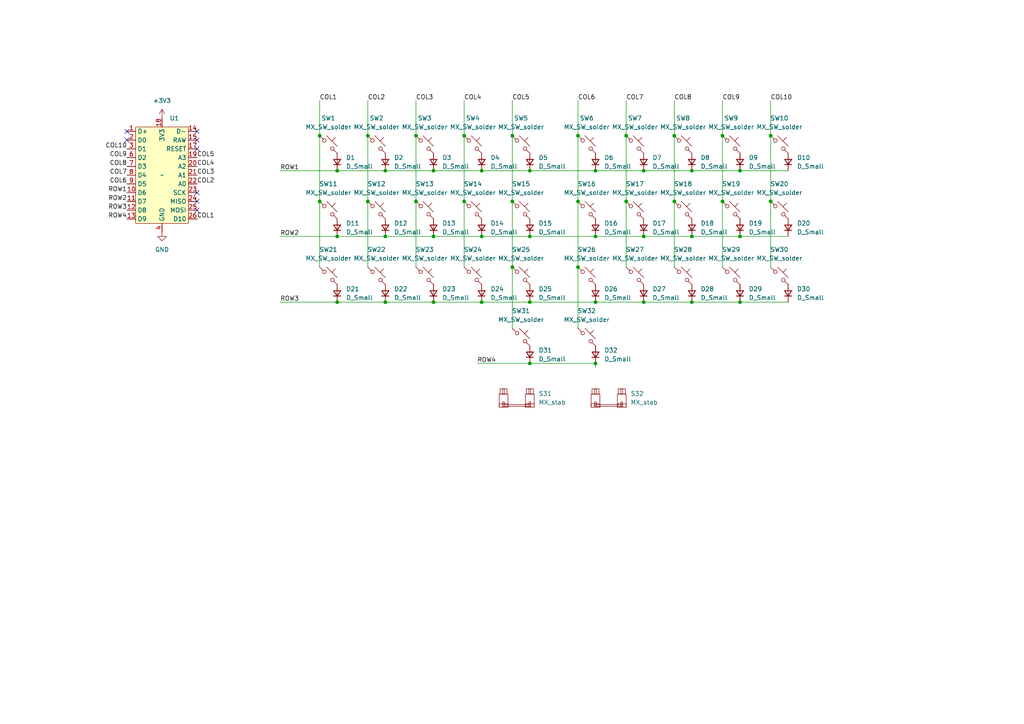
<source format=kicad_sch>
(kicad_sch (version 20230121) (generator eeschema)
  (paper "A4")
  (lib_symbols
    (symbol "Device:D_Small" (pin_numbers hide) (pin_names (offset 0.254) hide)
      (property "Reference" "D" (at -1.27 2.032 0))
      (property "Value" "D_Small" (at -3.81 -2.032 0))
      (symbol "D_Small_0_1"
        (polyline (pts (xy -0.762 -1.016) (xy -0.762 1.016)) (stroke (width 0.254)))
        (polyline (pts (xy -0.762 0) (xy 0.762 0)))
        (polyline (pts (xy 0.762 -1.016) (xy -0.762 0) (xy 0.762 1.016) (xy 0.762 -1.016)) (stroke (width 0.254)))
      )
      (symbol "D_Small_1_1"
        (pin passive line (at -2.54 0 0) (length 1.778) (name "K") (number "1"))
        (pin passive line (at 2.54 0 180) (length 1.778) (name "A") (number "2"))
      )
    )
    (symbol "Pro_Micro:Pro_Micro"
      (property "Reference" "U" (at 0 0 0))
      (symbol "Pro_Micro_1_1"
        (rectangle (start -7.62 13.97) (end 7.62 -13.97) (fill (type background)))
        (pin passive line (at -10.16 12.7 0) (length 2.54) (name "D+") (number "1"))
        (pin passive line (at -10.16 -5.08 0) (length 2.54) (name "D6") (number "10"))
        (pin passive line (at -10.16 -7.62 0) (length 2.54) (name "D7") (number "11"))
        (pin passive line (at -10.16 -10.16 0) (length 2.54) (name "D8") (number "12"))
        (pin passive line (at -10.16 -12.7 0) (length 2.54) (name "D9") (number "13"))
        (pin passive line (at 10.16 12.7 180) (length 2.54) (name "D-") (number "14"))
        (pin passive line (at 10.16 10.16 180) (length 2.54) (name "RAW") (number "15"))
        (pin passive line (at 0 -16.51 90) (length 2.54) hide (name "GND") (number "16"))
        (pin passive line (at 10.16 7.62 180) (length 2.54) (name "RESET") (number "17"))
        (pin passive line (at 0 16.51 270) (length 2.54) (name "3V3") (number "18"))
        (pin passive line (at 10.16 5.08 180) (length 2.54) (name "A3") (number "19"))
        (pin passive line (at -10.16 10.16 0) (length 2.54) (name "D0") (number "2"))
        (pin passive line (at 10.16 2.54 180) (length 2.54) (name "A2") (number "20"))
        (pin passive line (at 10.16 0 180) (length 2.54) (name "A1") (number "21"))
        (pin passive line (at 10.16 -2.54 180) (length 2.54) (name "A0") (number "22"))
        (pin passive line (at 10.16 -5.08 180) (length 2.54) (name "SCK") (number "23"))
        (pin passive line (at 10.16 -7.62 180) (length 2.54) (name "MISO") (number "24"))
        (pin passive line (at 10.16 -10.16 180) (length 2.54) (name "MOSI") (number "25"))
        (pin passive line (at 10.16 -12.7 180) (length 2.54) (name "D10") (number "26"))
        (pin passive line (at -10.16 7.62 0) (length 2.54) (name "D1") (number "3"))
        (pin passive line (at 0 -16.51 90) (length 2.54) (name "GND") (number "4"))
        (pin passive line (at 0 -16.51 90) (length 2.54) hide (name "GND") (number "5"))
        (pin passive line (at -10.16 5.08 0) (length 2.54) (name "D2") (number "6"))
        (pin passive line (at -10.16 2.54 0) (length 2.54) (name "D3") (number "7"))
        (pin passive line (at -10.16 0 0) (length 2.54) (name "D4") (number "8"))
        (pin passive line (at -10.16 -2.54 0) (length 2.54) (name "D5") (number "9"))
      )
    )
    (symbol "marbastlib-mx:MX_SW_solder" (pin_numbers hide) (pin_names (offset 1.016) hide)
      (property "Reference" "MX" (at 3.048 1.016 0))
      (property "Value" "MX_SW_solder" (at 0 -3.81 0))
      (symbol "MX_SW_solder_0_1"
        (circle (center -1.1684 1.1684) (radius 0.508))
        (polyline (pts (xy -0.508 2.54) (xy 2.54 -0.508)))
        (polyline (pts (xy 1.016 1.016) (xy 2.032 2.032)))
        (polyline (pts (xy -2.54 2.54) (xy -1.524 1.524) (xy -1.524 1.524)))
        (polyline (pts (xy 1.524 -1.524) (xy 2.54 -2.54) (xy 2.54 -2.54) (xy 2.54 -2.54)))
        (circle (center 1.143 -1.1938) (radius 0.508))
        (pin passive line (at -2.54 2.54 0) (length 0) (name "1") (number "1"))
        (pin passive line (at 2.54 -2.54 180) (length 0) (name "2") (number "2"))
      )
    )
    (symbol "marbastlib-mx:MX_stab" (pin_names (offset 1.016))
      (property "Reference" "S" (at -5.08 6.35 0))
      (property "Value" "MX_stab" (at -5.08 3.81 0))
      (symbol "MX_stab_0_1"
        (rectangle (start -5.08 -1.524) (end -2.54 -2.54))
        (rectangle (start -5.08 1.27) (end -2.54 -2.54))
        (rectangle (start -4.826 2.794) (end -2.794 1.27))
        (rectangle (start -4.064 -2.286) (end -3.556 -1.016))
        (rectangle (start -4.064 -1.778) (end 4.064 -2.286))
        (rectangle (start -4.064 1.27) (end -3.556 2.794))
        (rectangle (start 2.54 -1.524) (end 5.08 -2.54))
        (rectangle (start 2.54 1.27) (end 5.08 -2.54))
        (rectangle (start 2.794 2.794) (end 4.826 1.27))
        (rectangle (start 3.556 1.27) (end 4.064 2.794))
        (rectangle (start 4.064 -2.286) (end 3.556 -1.016))
      )
    )
    (symbol "power:+3V3" (power) (pin_names (offset 0))
      (property "Value" "+3V3" (at 0 3.556 0))
      (symbol "+3V3_0_1"
        (polyline (pts (xy -0.762 1.27) (xy 0 2.54)))
        (polyline (pts (xy 0 0) (xy 0 2.54)))
        (polyline (pts (xy 0 2.54) (xy 0.762 1.27)))
      )
      (symbol "+3V3_1_1"
        (pin power_in line (at 0 0 90) (length 0) hide (name "+3V3") (number "1"))
      )
    )
    (symbol "power:GND" (power) (pin_names (offset 0))
      (property "Value" "GND" (at 0 -3.81 0))
      (symbol "GND_0_1"
        (polyline (pts (xy 0 0) (xy 0 -1.27) (xy 1.27 -1.27) (xy 0 -2.54) (xy -1.27 -1.27) (xy 0 -1.27)))
      )
      (symbol "GND_1_1"
        (pin power_in line (at 0 0 270) (length 0) hide (name "GND") (number "1"))
      )
    )
  )
  (junction (at 172.72 68.58))
  (junction (at 111.76 68.58))
  (junction (at 125.73 87.63))
  (junction (at 111.76 49.53))
  (junction (at 92.71 58.42))
  (junction (at 186.69 49.53))
  (junction (at 167.64 39.37))
  (junction (at 167.64 77.47))
  (junction (at 209.55 39.37))
  (junction (at 186.69 68.58))
  (junction (at 214.63 49.53))
  (junction (at 139.7 68.58))
  (junction (at 214.63 68.58))
  (junction (at 111.76 87.63))
  (junction (at 134.62 58.42))
  (junction (at 200.66 49.53))
  (junction (at 120.65 39.37))
  (junction (at 97.79 49.53))
  (junction (at 172.72 87.63))
  (junction (at 97.79 68.58))
  (junction (at 172.72 105.41))
  (junction (at 209.55 58.42))
  (junction (at 97.79 87.63))
  (junction (at 148.59 39.37))
  (junction (at 139.7 49.53))
  (junction (at 134.62 39.37))
  (junction (at 153.67 68.58))
  (junction (at 139.7 87.63))
  (junction (at 92.71 39.37))
  (junction (at 172.72 49.53))
  (junction (at 148.59 77.47))
  (junction (at 186.69 87.63))
  (junction (at 125.73 49.53))
  (junction (at 153.67 49.53))
  (junction (at 120.65 58.42))
  (junction (at 106.68 39.37))
  (junction (at 153.67 105.41))
  (junction (at 106.68 58.42))
  (junction (at 181.61 39.37))
  (junction (at 195.58 39.37))
  (junction (at 200.66 68.58))
  (junction (at 214.63 87.63))
  (junction (at 195.58 58.42))
  (junction (at 223.52 58.42))
  (junction (at 125.73 68.58))
  (junction (at 200.66 87.63))
  (junction (at 223.52 39.37))
  (junction (at 148.59 58.42))
  (junction (at 153.67 87.63))
  (junction (at 167.64 58.42))
  (junction (at 181.61 58.42))
  (no_connect (at 57.15 60.96))
  (no_connect (at 57.15 40.64))
  (no_connect (at 57.15 55.88))
  (no_connect (at 36.83 40.64))
  (no_connect (at 57.15 43.18))
  (no_connect (at 36.83 38.1))
  (no_connect (at 57.15 38.1))
  (no_connect (at 57.15 58.42))
  (wire (pts (xy 172.72 105.41) (xy 172.72 106.68)))
  (wire (pts (xy 92.71 39.37) (xy 92.71 58.42)))
  (wire (pts (xy 186.69 49.53) (xy 200.66 49.53)))
  (wire (pts (xy 106.68 58.42) (xy 106.68 77.47)))
  (wire (pts (xy 125.73 49.53) (xy 139.7 49.53)))
  (wire (pts (xy 148.59 58.42) (xy 148.59 77.47)))
  (wire (pts (xy 81.28 68.58) (xy 97.79 68.58)))
  (wire (pts (xy 153.67 49.53) (xy 172.72 49.53)))
  (wire (pts (xy 195.58 39.37) (xy 195.58 58.42)))
  (wire (pts (xy 81.28 49.53) (xy 97.79 49.53)))
  (wire (pts (xy 111.76 49.53) (xy 125.73 49.53)))
  (wire (pts (xy 195.58 29.21) (xy 195.58 39.37)))
  (wire (pts (xy 167.64 58.42) (xy 167.64 77.47)))
  (wire (pts (xy 134.62 39.37) (xy 134.62 58.42)))
  (wire (pts (xy 186.69 68.58) (xy 200.66 68.58)))
  (wire (pts (xy 223.52 39.37) (xy 223.52 58.42)))
  (wire (pts (xy 148.59 39.37) (xy 148.59 58.42)))
  (wire (pts (xy 200.66 68.58) (xy 214.63 68.58)))
  (wire (pts (xy 139.7 87.63) (xy 153.67 87.63)))
  (wire (pts (xy 200.66 87.63) (xy 214.63 87.63)))
  (wire (pts (xy 223.52 29.21) (xy 223.52 39.37)))
  (wire (pts (xy 181.61 58.42) (xy 181.61 77.47)))
  (wire (pts (xy 214.63 68.58) (xy 228.6 68.58)))
  (wire (pts (xy 172.72 87.63) (xy 186.69 87.63)))
  (wire (pts (xy 172.72 49.53) (xy 186.69 49.53)))
  (wire (pts (xy 148.59 29.21) (xy 148.59 39.37)))
  (wire (pts (xy 134.62 29.21) (xy 134.62 39.37)))
  (wire (pts (xy 138.43 105.41) (xy 153.67 105.41)))
  (wire (pts (xy 92.71 58.42) (xy 92.71 77.47)))
  (wire (pts (xy 223.52 58.42) (xy 223.52 77.47)))
  (wire (pts (xy 153.67 105.41) (xy 172.72 105.41)))
  (wire (pts (xy 125.73 68.58) (xy 139.7 68.58)))
  (wire (pts (xy 81.28 87.63) (xy 97.79 87.63)))
  (wire (pts (xy 209.55 58.42) (xy 209.55 77.47)))
  (wire (pts (xy 181.61 29.21) (xy 181.61 39.37)))
  (wire (pts (xy 92.71 29.21) (xy 92.71 39.37)))
  (wire (pts (xy 209.55 39.37) (xy 209.55 58.42)))
  (wire (pts (xy 209.55 29.21) (xy 209.55 39.37)))
  (wire (pts (xy 153.67 87.63) (xy 172.72 87.63)))
  (wire (pts (xy 167.64 29.21) (xy 167.64 39.37)))
  (wire (pts (xy 153.67 68.58) (xy 172.72 68.58)))
  (wire (pts (xy 106.68 29.21) (xy 106.68 39.37)))
  (wire (pts (xy 172.72 68.58) (xy 186.69 68.58)))
  (wire (pts (xy 111.76 87.63) (xy 125.73 87.63)))
  (wire (pts (xy 120.65 58.42) (xy 120.65 77.47)))
  (wire (pts (xy 97.79 49.53) (xy 111.76 49.53)))
  (wire (pts (xy 214.63 49.53) (xy 228.6 49.53)))
  (wire (pts (xy 139.7 49.53) (xy 153.67 49.53)))
  (wire (pts (xy 106.68 39.37) (xy 106.68 58.42)))
  (wire (pts (xy 125.73 87.63) (xy 139.7 87.63)))
  (wire (pts (xy 167.64 77.47) (xy 167.64 95.25)))
  (wire (pts (xy 97.79 87.63) (xy 111.76 87.63)))
  (wire (pts (xy 195.58 58.42) (xy 195.58 77.47)))
  (wire (pts (xy 139.7 68.58) (xy 153.67 68.58)))
  (wire (pts (xy 167.64 39.37) (xy 167.64 58.42)))
  (wire (pts (xy 120.65 29.21) (xy 120.65 39.37)))
  (wire (pts (xy 111.76 68.58) (xy 125.73 68.58)))
  (wire (pts (xy 134.62 58.42) (xy 134.62 77.47)))
  (wire (pts (xy 186.69 87.63) (xy 200.66 87.63)))
  (wire (pts (xy 120.65 39.37) (xy 120.65 58.42)))
  (wire (pts (xy 148.59 77.47) (xy 148.59 95.25)))
  (wire (pts (xy 97.79 68.58) (xy 111.76 68.58)))
  (wire (pts (xy 214.63 87.63) (xy 228.6 87.63)))
  (wire (pts (xy 181.61 39.37) (xy 181.61 58.42)))
  (wire (pts (xy 200.66 49.53) (xy 214.63 49.53)))
  (label "COL1" (at 57.15 63.5 0))
  (label "COL7" (at 181.61 29.21 0))
  (label "COL10" (at 36.83 43.18 180))
  (label "ROW4" (at 36.83 63.5 180))
  (label "COL8" (at 36.83 48.26 180))
  (label "ROW3" (at 81.28 87.63 0))
  (label "COL4" (at 57.15 48.26 0))
  (label "ROW2" (at 81.28 68.58 0))
  (label "COL9" (at 209.55 29.21 0))
  (label "COL7" (at 36.83 50.8 180))
  (label "COL9" (at 36.83 45.72 180))
  (label "COL2" (at 106.68 29.21 0))
  (label "COL3" (at 120.65 29.21 0))
  (label "ROW3" (at 36.83 60.96 180))
  (label "COL4" (at 134.62 29.21 0))
  (label "COL5" (at 57.15 45.72 0))
  (label "COL6" (at 167.64 29.21 0))
  (label "COL2" (at 57.15 53.34 0))
  (label "COL6" (at 36.83 53.34 180))
  (label "COL1" (at 92.71 29.21 0))
  (label "ROW2" (at 36.83 58.42 180))
  (label "COL3" (at 57.15 50.8 0))
  (label "ROW1" (at 36.83 55.88 180))
  (label "COL5" (at 148.59 29.21 0))
  (label "ROW1" (at 81.28 49.53 0))
  (label "COL10" (at 223.52 29.21 0))
  (label "ROW4" (at 138.43 105.41 0))
  (label "COL8" (at 195.58 29.21 0))
  (symbol (lib_id "marbastlib-mx:MX_SW_solder") (at 198.12 80.01 0) (unit 1)
    (property "Reference" "SW28" (at 198.12 72.39 0))
    (property "Value" "MX_SW_solder" (at 198.12 74.93 0))
    (property "Footprint" "marbastlib-mx:SW_MX_1u" (effects hide))
  )
  (symbol (lib_id "marbastlib-mx:MX_SW_solder") (at 151.13 80.01 0) (unit 1)
    (property "Reference" "SW25" (at 151.13 72.39 0))
    (property "Value" "MX_SW_solder" (at 151.13 74.93 0))
    (property "Footprint" "marbastlib-mx:SW_MX_1u" (effects hide))
  )
  (symbol (lib_id "marbastlib-mx:MX_stab") (at 149.86 115.57 0) (unit 1)
    (property "Reference" "S31" (at 156.21 114.173 0) (effects (justify left)))
    (property "Value" "MX_stab" (at 156.21 116.713 0) (effects (justify left)))
    (property "Footprint" "marbastlib-mx:STAB_MX_P_2u" (effects hide))
  )
  (symbol (lib_id "marbastlib-mx:MX_SW_solder") (at 109.22 41.91 0) (unit 1)
    (property "Reference" "SW2" (at 109.22 34.29 0))
    (property "Value" "MX_SW_solder" (at 109.22 36.83 0))
    (property "Footprint" "marbastlib-mx:SW_MX_1u" (effects hide))
  )
  (symbol (lib_id "Device:D_Small") (at 125.73 46.99 90) (unit 1)
    (property "Reference" "D3" (at 128.27 45.72 90) (effects (justify right)))
    (property "Value" "D_Small" (at 128.27 48.26 90) (effects (justify right)))
    (property "Footprint" "Diode_THT:D_DO-35_SOD27_P7.62mm_Horizontal" (effects hide))
    (property "Sim.Device" "D" (effects hide))
    (property "Sim.Pins" "1=K 2=A" (effects hide))
  )
  (symbol (lib_id "Device:D_Small") (at 200.66 85.09 90) (unit 1)
    (property "Reference" "D28" (at 203.2 83.82 90) (effects (justify right)))
    (property "Value" "D_Small" (at 203.2 86.36 90) (effects (justify right)))
    (property "Footprint" "Diode_THT:D_DO-35_SOD27_P7.62mm_Horizontal" (effects hide))
    (property "Sim.Device" "D" (effects hide))
    (property "Sim.Pins" "1=K 2=A" (effects hide))
  )
  (symbol (lib_id "Device:D_Small") (at 111.76 46.99 90) (unit 1)
    (property "Reference" "D2" (at 114.3 45.72 90) (effects (justify right)))
    (property "Value" "D_Small" (at 114.3 48.26 90) (effects (justify right)))
    (property "Footprint" "Diode_THT:D_DO-35_SOD27_P7.62mm_Horizontal" (effects hide))
    (property "Sim.Device" "D" (effects hide))
    (property "Sim.Pins" "1=K 2=A" (effects hide))
  )
  (symbol (lib_id "marbastlib-mx:MX_SW_solder") (at 226.06 60.96 0) (unit 1)
    (property "Reference" "SW20" (at 226.06 53.34 0))
    (property "Value" "MX_SW_solder" (at 226.06 55.88 0))
    (property "Footprint" "marbastlib-mx:SW_MX_1u" (effects hide))
  )
  (symbol (lib_id "marbastlib-mx:MX_SW_solder") (at 184.15 41.91 0) (unit 1)
    (property "Reference" "SW7" (at 184.15 34.29 0))
    (property "Value" "MX_SW_solder" (at 184.15 36.83 0))
    (property "Footprint" "marbastlib-mx:SW_MX_1u" (effects hide))
  )
  (symbol (lib_id "Device:D_Small") (at 214.63 85.09 90) (unit 1)
    (property "Reference" "D29" (at 217.17 83.82 90) (effects (justify right)))
    (property "Value" "D_Small" (at 217.17 86.36 90) (effects (justify right)))
    (property "Footprint" "Diode_THT:D_DO-35_SOD27_P7.62mm_Horizontal" (effects hide))
    (property "Sim.Device" "D" (effects hide))
    (property "Sim.Pins" "1=K 2=A" (effects hide))
  )
  (symbol (lib_id "marbastlib-mx:MX_SW_solder") (at 95.25 60.96 0) (unit 1)
    (property "Reference" "SW11" (at 95.25 53.34 0))
    (property "Value" "MX_SW_solder" (at 95.25 55.88 0))
    (property "Footprint" "marbastlib-mx:SW_MX_1u" (effects hide))
  )
  (symbol (lib_id "Device:D_Small") (at 186.69 66.04 90) (unit 1)
    (property "Reference" "D17" (at 189.23 64.77 90) (effects (justify right)))
    (property "Value" "D_Small" (at 189.23 67.31 90) (effects (justify right)))
    (property "Footprint" "Diode_THT:D_DO-35_SOD27_P7.62mm_Horizontal" (effects hide))
    (property "Sim.Device" "D" (effects hide))
    (property "Sim.Pins" "1=K 2=A" (effects hide))
  )
  (symbol (lib_id "power:+3V3") (at 46.99 34.29 0) (unit 1)
    (property "Reference" "#PWR02" (effects hide))
    (property "Value" "+3V3" (at 46.99 29.21 0))
  )
  (symbol (lib_id "marbastlib-mx:MX_SW_solder") (at 212.09 41.91 0) (unit 1)
    (property "Reference" "SW9" (at 212.09 34.29 0))
    (property "Value" "MX_SW_solder" (at 212.09 36.83 0))
    (property "Footprint" "marbastlib-mx:SW_MX_1u" (effects hide))
  )
  (symbol (lib_id "marbastlib-mx:MX_SW_solder") (at 184.15 80.01 0) (unit 1)
    (property "Reference" "SW27" (at 184.15 72.39 0))
    (property "Value" "MX_SW_solder" (at 184.15 74.93 0))
    (property "Footprint" "marbastlib-mx:SW_MX_1u" (effects hide))
  )
  (symbol (lib_id "marbastlib-mx:MX_SW_solder") (at 184.15 60.96 0) (unit 1)
    (property "Reference" "SW17" (at 184.15 53.34 0))
    (property "Value" "MX_SW_solder" (at 184.15 55.88 0))
    (property "Footprint" "marbastlib-mx:SW_MX_1u" (effects hide))
  )
  (symbol (lib_id "Device:D_Small") (at 228.6 66.04 90) (unit 1)
    (property "Reference" "D20" (at 231.14 64.77 90) (effects (justify right)))
    (property "Value" "D_Small" (at 231.14 67.31 90) (effects (justify right)))
    (property "Footprint" "Diode_THT:D_DO-35_SOD27_P7.62mm_Horizontal" (effects hide))
    (property "Sim.Device" "D" (effects hide))
    (property "Sim.Pins" "1=K 2=A" (effects hide))
  )
  (symbol (lib_id "marbastlib-mx:MX_SW_solder") (at 226.06 80.01 0) (unit 1)
    (property "Reference" "SW30" (at 226.06 72.39 0))
    (property "Value" "MX_SW_solder" (at 226.06 74.93 0))
    (property "Footprint" "marbastlib-mx:SW_MX_1u" (effects hide))
  )
  (symbol (lib_id "Device:D_Small") (at 153.67 85.09 90) (unit 1)
    (property "Reference" "D25" (at 156.21 83.82 90) (effects (justify right)))
    (property "Value" "D_Small" (at 156.21 86.36 90) (effects (justify right)))
    (property "Footprint" "Diode_THT:D_DO-35_SOD27_P7.62mm_Horizontal" (effects hide))
    (property "Sim.Device" "D" (effects hide))
    (property "Sim.Pins" "1=K 2=A" (effects hide))
  )
  (symbol (lib_id "Device:D_Small") (at 153.67 102.87 90) (unit 1)
    (property "Reference" "D31" (at 156.21 101.6 90) (effects (justify right)))
    (property "Value" "D_Small" (at 156.21 104.14 90) (effects (justify right)))
    (property "Footprint" "Diode_THT:D_DO-35_SOD27_P7.62mm_Horizontal" (effects hide))
    (property "Sim.Device" "D" (effects hide))
    (property "Sim.Pins" "1=K 2=A" (effects hide))
  )
  (symbol (lib_id "marbastlib-mx:MX_SW_solder") (at 137.16 41.91 0) (unit 1)
    (property "Reference" "SW4" (at 137.16 34.29 0))
    (property "Value" "MX_SW_solder" (at 137.16 36.83 0))
    (property "Footprint" "marbastlib-mx:SW_MX_1u" (effects hide))
  )
  (symbol (lib_id "Device:D_Small") (at 214.63 46.99 90) (unit 1)
    (property "Reference" "D9" (at 217.17 45.72 90) (effects (justify right)))
    (property "Value" "D_Small" (at 217.17 48.26 90) (effects (justify right)))
    (property "Footprint" "Diode_THT:D_DO-35_SOD27_P7.62mm_Horizontal" (effects hide))
    (property "Sim.Device" "D" (effects hide))
    (property "Sim.Pins" "1=K 2=A" (effects hide))
  )
  (symbol (lib_id "Pro_Micro:Pro_Micro") (at 46.99 50.8 0) (unit 1)
    (property "Reference" "U1" (at 49.1841 34.29 0) (effects (justify left)))
    (property "Value" "~" (at 46.99 50.8 0))
    (property "Footprint" "Pro-Micro:Pro-Micro" (effects hide))
  )
  (symbol (lib_id "marbastlib-mx:MX_SW_solder") (at 95.25 41.91 0) (unit 1)
    (property "Reference" "SW1" (at 95.25 34.29 0))
    (property "Value" "MX_SW_solder" (at 95.25 36.83 0))
    (property "Footprint" "marbastlib-mx:SW_MX_1u" (effects hide))
  )
  (symbol (lib_id "Device:D_Small") (at 139.7 85.09 90) (unit 1)
    (property "Reference" "D24" (at 142.24 83.82 90) (effects (justify right)))
    (property "Value" "D_Small" (at 142.24 86.36 90) (effects (justify right)))
    (property "Footprint" "Diode_THT:D_DO-35_SOD27_P7.62mm_Horizontal" (effects hide))
    (property "Sim.Device" "D" (effects hide))
    (property "Sim.Pins" "1=K 2=A" (effects hide))
  )
  (symbol (lib_id "Device:D_Small") (at 172.72 102.87 90) (unit 1)
    (property "Reference" "D32" (at 175.26 101.6 90) (effects (justify right)))
    (property "Value" "D_Small" (at 175.26 104.14 90) (effects (justify right)))
    (property "Footprint" "Diode_THT:D_DO-35_SOD27_P7.62mm_Horizontal" (effects hide))
    (property "Sim.Device" "D" (effects hide))
    (property "Sim.Pins" "1=K 2=A" (effects hide))
  )
  (symbol (lib_id "marbastlib-mx:MX_SW_solder") (at 226.06 41.91 0) (unit 1)
    (property "Reference" "SW10" (at 226.06 34.29 0))
    (property "Value" "MX_SW_solder" (at 226.06 36.83 0))
    (property "Footprint" "marbastlib-mx:SW_MX_1u" (effects hide))
  )
  (symbol (lib_id "power:GND") (at 46.99 67.31 0) (unit 1)
    (property "Reference" "#PWR01" (effects hide))
    (property "Value" "GND" (at 46.99 72.39 0))
  )
  (symbol (lib_id "marbastlib-mx:MX_stab") (at 176.53 115.57 0) (unit 1)
    (property "Reference" "S32" (at 182.88 114.173 0) (effects (justify left)))
    (property "Value" "MX_stab" (at 182.88 116.713 0) (effects (justify left)))
    (property "Footprint" "marbastlib-mx:STAB_MX_P_2u" (effects hide))
  )
  (symbol (lib_id "marbastlib-mx:MX_SW_solder") (at 123.19 60.96 0) (unit 1)
    (property "Reference" "SW13" (at 123.19 53.34 0))
    (property "Value" "MX_SW_solder" (at 123.19 55.88 0))
    (property "Footprint" "marbastlib-mx:SW_MX_1u" (effects hide))
  )
  (symbol (lib_id "marbastlib-mx:MX_SW_solder") (at 151.13 60.96 0) (unit 1)
    (property "Reference" "SW15" (at 151.13 53.34 0))
    (property "Value" "MX_SW_solder" (at 151.13 55.88 0))
    (property "Footprint" "marbastlib-mx:SW_MX_1u" (effects hide))
  )
  (symbol (lib_id "Device:D_Small") (at 214.63 66.04 90) (unit 1)
    (property "Reference" "D19" (at 217.17 64.77 90) (effects (justify right)))
    (property "Value" "D_Small" (at 217.17 67.31 90) (effects (justify right)))
    (property "Footprint" "Diode_THT:D_DO-35_SOD27_P7.62mm_Horizontal" (effects hide))
    (property "Sim.Device" "D" (effects hide))
    (property "Sim.Pins" "1=K 2=A" (effects hide))
  )
  (symbol (lib_id "marbastlib-mx:MX_SW_solder") (at 170.18 41.91 0) (unit 1)
    (property "Reference" "SW6" (at 170.18 34.29 0))
    (property "Value" "MX_SW_solder" (at 170.18 36.83 0))
    (property "Footprint" "marbastlib-mx:SW_MX_1u" (effects hide))
  )
  (symbol (lib_id "marbastlib-mx:MX_SW_solder") (at 170.18 97.79 0) (unit 1)
    (property "Reference" "SW32" (at 170.18 90.17 0))
    (property "Value" "MX_SW_solder" (at 170.18 92.71 0))
    (property "Footprint" "marbastlib-mx:SW_MX_1u" (effects hide))
  )
  (symbol (lib_id "marbastlib-mx:MX_SW_solder") (at 151.13 41.91 0) (unit 1)
    (property "Reference" "SW5" (at 151.13 34.29 0))
    (property "Value" "MX_SW_solder" (at 151.13 36.83 0))
    (property "Footprint" "marbastlib-mx:SW_MX_1u" (effects hide))
  )
  (symbol (lib_id "Device:D_Small") (at 97.79 46.99 90) (unit 1)
    (property "Reference" "D1" (at 100.33 45.72 90) (effects (justify right)))
    (property "Value" "D_Small" (at 100.33 48.26 90) (effects (justify right)))
    (property "Footprint" "Diode_THT:D_DO-35_SOD27_P7.62mm_Horizontal" (effects hide))
    (property "Sim.Device" "D" (effects hide))
    (property "Sim.Pins" "1=K 2=A" (effects hide))
  )
  (symbol (lib_id "Device:D_Small") (at 172.72 66.04 90) (unit 1)
    (property "Reference" "D16" (at 175.26 64.77 90) (effects (justify right)))
    (property "Value" "D_Small" (at 175.26 67.31 90) (effects (justify right)))
    (property "Footprint" "Diode_THT:D_DO-35_SOD27_P7.62mm_Horizontal" (effects hide))
    (property "Sim.Device" "D" (effects hide))
    (property "Sim.Pins" "1=K 2=A" (effects hide))
  )
  (symbol (lib_id "marbastlib-mx:MX_SW_solder") (at 170.18 80.01 0) (unit 1)
    (property "Reference" "SW26" (at 170.18 72.39 0))
    (property "Value" "MX_SW_solder" (at 170.18 74.93 0))
    (property "Footprint" "marbastlib-mx:SW_MX_1u" (effects hide))
  )
  (symbol (lib_id "Device:D_Small") (at 139.7 66.04 90) (unit 1)
    (property "Reference" "D14" (at 142.24 64.77 90) (effects (justify right)))
    (property "Value" "D_Small" (at 142.24 67.31 90) (effects (justify right)))
    (property "Footprint" "Diode_THT:D_DO-35_SOD27_P7.62mm_Horizontal" (effects hide))
    (property "Sim.Device" "D" (effects hide))
    (property "Sim.Pins" "1=K 2=A" (effects hide))
  )
  (symbol (lib_id "marbastlib-mx:MX_SW_solder") (at 123.19 41.91 0) (unit 1)
    (property "Reference" "SW3" (at 123.19 34.29 0))
    (property "Value" "MX_SW_solder" (at 123.19 36.83 0))
    (property "Footprint" "marbastlib-mx:SW_MX_1u" (effects hide))
  )
  (symbol (lib_id "marbastlib-mx:MX_SW_solder") (at 212.09 60.96 0) (unit 1)
    (property "Reference" "SW19" (at 212.09 53.34 0))
    (property "Value" "MX_SW_solder" (at 212.09 55.88 0))
    (property "Footprint" "marbastlib-mx:SW_MX_1u" (effects hide))
  )
  (symbol (lib_id "marbastlib-mx:MX_SW_solder") (at 137.16 80.01 0) (unit 1)
    (property "Reference" "SW24" (at 137.16 72.39 0))
    (property "Value" "MX_SW_solder" (at 137.16 74.93 0))
    (property "Footprint" "marbastlib-mx:SW_MX_1u" (effects hide))
  )
  (symbol (lib_id "Device:D_Small") (at 153.67 66.04 90) (unit 1)
    (property "Reference" "D15" (at 156.21 64.77 90) (effects (justify right)))
    (property "Value" "D_Small" (at 156.21 67.31 90) (effects (justify right)))
    (property "Footprint" "Diode_THT:D_DO-35_SOD27_P7.62mm_Horizontal" (effects hide))
    (property "Sim.Device" "D" (effects hide))
    (property "Sim.Pins" "1=K 2=A" (effects hide))
  )
  (symbol (lib_id "Device:D_Small") (at 111.76 85.09 90) (unit 1)
    (property "Reference" "D22" (at 114.3 83.82 90) (effects (justify right)))
    (property "Value" "D_Small" (at 114.3 86.36 90) (effects (justify right)))
    (property "Footprint" "Diode_THT:D_DO-35_SOD27_P7.62mm_Horizontal" (effects hide))
    (property "Sim.Device" "D" (effects hide))
    (property "Sim.Pins" "1=K 2=A" (effects hide))
  )
  (symbol (lib_id "marbastlib-mx:MX_SW_solder") (at 151.13 97.79 0) (unit 1)
    (property "Reference" "SW31" (at 151.13 90.17 0))
    (property "Value" "MX_SW_solder" (at 151.13 92.71 0))
    (property "Footprint" "marbastlib-mx:SW_MX_1u" (effects hide))
  )
  (symbol (lib_id "marbastlib-mx:MX_SW_solder") (at 109.22 60.96 0) (unit 1)
    (property "Reference" "SW12" (at 109.22 53.34 0))
    (property "Value" "MX_SW_solder" (at 109.22 55.88 0))
    (property "Footprint" "marbastlib-mx:SW_MX_1u" (effects hide))
  )
  (symbol (lib_id "Device:D_Small") (at 139.7 46.99 90) (unit 1)
    (property "Reference" "D4" (at 142.24 45.72 90) (effects (justify right)))
    (property "Value" "D_Small" (at 142.24 48.26 90) (effects (justify right)))
    (property "Footprint" "Diode_THT:D_DO-35_SOD27_P7.62mm_Horizontal" (effects hide))
    (property "Sim.Device" "D" (effects hide))
    (property "Sim.Pins" "1=K 2=A" (effects hide))
  )
  (symbol (lib_id "marbastlib-mx:MX_SW_solder") (at 137.16 60.96 0) (unit 1)
    (property "Reference" "SW14" (at 137.16 53.34 0))
    (property "Value" "MX_SW_solder" (at 137.16 55.88 0))
    (property "Footprint" "marbastlib-mx:SW_MX_1u" (effects hide))
  )
  (symbol (lib_id "Device:D_Small") (at 172.72 85.09 90) (unit 1)
    (property "Reference" "D26" (at 175.26 83.82 90) (effects (justify right)))
    (property "Value" "D_Small" (at 175.26 86.36 90) (effects (justify right)))
    (property "Footprint" "Diode_THT:D_DO-35_SOD27_P7.62mm_Horizontal" (effects hide))
    (property "Sim.Device" "D" (effects hide))
    (property "Sim.Pins" "1=K 2=A" (effects hide))
  )
  (symbol (lib_id "Device:D_Small") (at 200.66 66.04 90) (unit 1)
    (property "Reference" "D18" (at 203.2 64.77 90) (effects (justify right)))
    (property "Value" "D_Small" (at 203.2 67.31 90) (effects (justify right)))
    (property "Footprint" "Diode_THT:D_DO-35_SOD27_P7.62mm_Horizontal" (effects hide))
    (property "Sim.Device" "D" (effects hide))
    (property "Sim.Pins" "1=K 2=A" (effects hide))
  )
  (symbol (lib_id "Device:D_Small") (at 186.69 85.09 90) (unit 1)
    (property "Reference" "D27" (at 189.23 83.82 90) (effects (justify right)))
    (property "Value" "D_Small" (at 189.23 86.36 90) (effects (justify right)))
    (property "Footprint" "Diode_THT:D_DO-35_SOD27_P7.62mm_Horizontal" (effects hide))
    (property "Sim.Device" "D" (effects hide))
    (property "Sim.Pins" "1=K 2=A" (effects hide))
  )
  (symbol (lib_id "Device:D_Small") (at 228.6 46.99 90) (unit 1)
    (property "Reference" "D10" (at 231.14 45.72 90) (effects (justify right)))
    (property "Value" "D_Small" (at 231.14 48.26 90) (effects (justify right)))
    (property "Footprint" "Diode_THT:D_DO-35_SOD27_P7.62mm_Horizontal" (effects hide))
    (property "Sim.Device" "D" (effects hide))
    (property "Sim.Pins" "1=K 2=A" (effects hide))
  )
  (symbol (lib_id "Device:D_Small") (at 97.79 85.09 90) (unit 1)
    (property "Reference" "D21" (at 100.33 83.82 90) (effects (justify right)))
    (property "Value" "D_Small" (at 100.33 86.36 90) (effects (justify right)))
    (property "Footprint" "Diode_THT:D_DO-35_SOD27_P7.62mm_Horizontal" (effects hide))
    (property "Sim.Device" "D" (effects hide))
    (property "Sim.Pins" "1=K 2=A" (effects hide))
  )
  (symbol (lib_id "Device:D_Small") (at 200.66 46.99 90) (unit 1)
    (property "Reference" "D8" (at 203.2 45.72 90) (effects (justify right)))
    (property "Value" "D_Small" (at 203.2 48.26 90) (effects (justify right)))
    (property "Footprint" "Diode_THT:D_DO-35_SOD27_P7.62mm_Horizontal" (effects hide))
    (property "Sim.Device" "D" (effects hide))
    (property "Sim.Pins" "1=K 2=A" (effects hide))
  )
  (symbol (lib_id "Device:D_Small") (at 228.6 85.09 90) (unit 1)
    (property "Reference" "D30" (at 231.14 83.82 90) (effects (justify right)))
    (property "Value" "D_Small" (at 231.14 86.36 90) (effects (justify right)))
    (property "Footprint" "Diode_THT:D_DO-35_SOD27_P7.62mm_Horizontal" (effects hide))
    (property "Sim.Device" "D" (effects hide))
    (property "Sim.Pins" "1=K 2=A" (effects hide))
  )
  (symbol (lib_id "marbastlib-mx:MX_SW_solder") (at 198.12 41.91 0) (unit 1)
    (property "Reference" "SW8" (at 198.12 34.29 0))
    (property "Value" "MX_SW_solder" (at 198.12 36.83 0))
    (property "Footprint" "marbastlib-mx:SW_MX_1u" (effects hide))
  )
  (symbol (lib_id "marbastlib-mx:MX_SW_solder") (at 212.09 80.01 0) (unit 1)
    (property "Reference" "SW29" (at 212.09 72.39 0))
    (property "Value" "MX_SW_solder" (at 212.09 74.93 0))
    (property "Footprint" "marbastlib-mx:SW_MX_1u" (effects hide))
  )
  (symbol (lib_id "Device:D_Small") (at 153.67 46.99 90) (unit 1)
    (property "Reference" "D5" (at 156.21 45.72 90) (effects (justify right)))
    (property "Value" "D_Small" (at 156.21 48.26 90) (effects (justify right)))
    (property "Footprint" "Diode_THT:D_DO-35_SOD27_P7.62mm_Horizontal" (effects hide))
    (property "Sim.Device" "D" (effects hide))
    (property "Sim.Pins" "1=K 2=A" (effects hide))
  )
  (symbol (lib_id "marbastlib-mx:MX_SW_solder") (at 95.25 80.01 0) (unit 1)
    (property "Reference" "SW21" (at 95.25 72.39 0))
    (property "Value" "MX_SW_solder" (at 95.25 74.93 0))
    (property "Footprint" "marbastlib-mx:SW_MX_1u" (effects hide))
  )
  (symbol (lib_id "Device:D_Small") (at 125.73 66.04 90) (unit 1)
    (property "Reference" "D13" (at 128.27 64.77 90) (effects (justify right)))
    (property "Value" "D_Small" (at 128.27 67.31 90) (effects (justify right)))
    (property "Footprint" "Diode_THT:D_DO-35_SOD27_P7.62mm_Horizontal" (effects hide))
    (property "Sim.Device" "D" (effects hide))
    (property "Sim.Pins" "1=K 2=A" (effects hide))
  )
  (symbol (lib_id "Device:D_Small") (at 97.79 66.04 90) (unit 1)
    (property "Reference" "D11" (at 100.33 64.77 90) (effects (justify right)))
    (property "Value" "D_Small" (at 100.33 67.31 90) (effects (justify right)))
    (property "Footprint" "Diode_THT:D_DO-35_SOD27_P7.62mm_Horizontal" (effects hide))
    (property "Sim.Device" "D" (effects hide))
    (property "Sim.Pins" "1=K 2=A" (effects hide))
  )
  (symbol (lib_id "marbastlib-mx:MX_SW_solder") (at 170.18 60.96 0) (unit 1)
    (property "Reference" "SW16" (at 170.18 53.34 0))
    (property "Value" "MX_SW_solder" (at 170.18 55.88 0))
    (property "Footprint" "marbastlib-mx:SW_MX_1u" (effects hide))
  )
  (symbol (lib_id "Device:D_Small") (at 186.69 46.99 90) (unit 1)
    (property "Reference" "D7" (at 189.23 45.72 90) (effects (justify right)))
    (property "Value" "D_Small" (at 189.23 48.26 90) (effects (justify right)))
    (property "Footprint" "Diode_THT:D_DO-35_SOD27_P7.62mm_Horizontal" (effects hide))
    (property "Sim.Device" "D" (effects hide))
    (property "Sim.Pins" "1=K 2=A" (effects hide))
  )
  (symbol (lib_id "marbastlib-mx:MX_SW_solder") (at 198.12 60.96 0) (unit 1)
    (property "Reference" "SW18" (at 198.12 53.34 0))
    (property "Value" "MX_SW_solder" (at 198.12 55.88 0))
    (property "Footprint" "marbastlib-mx:SW_MX_1u" (effects hide))
  )
  (symbol (lib_id "Device:D_Small") (at 172.72 46.99 90) (unit 1)
    (property "Reference" "D6" (at 175.26 45.72 90) (effects (justify right)))
    (property "Value" "D_Small" (at 175.26 48.26 90) (effects (justify right)))
    (property "Footprint" "Diode_THT:D_DO-35_SOD27_P7.62mm_Horizontal" (effects hide))
    (property "Sim.Device" "D" (effects hide))
    (property "Sim.Pins" "1=K 2=A" (effects hide))
  )
  (symbol (lib_id "Device:D_Small") (at 125.73 85.09 90) (unit 1)
    (property "Reference" "D23" (at 128.27 83.82 90) (effects (justify right)))
    (property "Value" "D_Small" (at 128.27 86.36 90) (effects (justify right)))
    (property "Footprint" "Diode_THT:D_DO-35_SOD27_P7.62mm_Horizontal" (effects hide))
    (property "Sim.Device" "D" (effects hide))
    (property "Sim.Pins" "1=K 2=A" (effects hide))
  )
  (symbol (lib_id "marbastlib-mx:MX_SW_solder") (at 123.19 80.01 0) (unit 1)
    (property "Reference" "SW23" (at 123.19 72.39 0))
    (property "Value" "MX_SW_solder" (at 123.19 74.93 0))
    (property "Footprint" "marbastlib-mx:SW_MX_1u" (effects hide))
  )
  (symbol (lib_id "marbastlib-mx:MX_SW_solder") (at 109.22 80.01 0) (unit 1)
    (property "Reference" "SW22" (at 109.22 72.39 0))
    (property "Value" "MX_SW_solder" (at 109.22 74.93 0))
    (property "Footprint" "marbastlib-mx:SW_MX_1u" (effects hide))
  )
  (symbol (lib_id "Device:D_Small") (at 111.76 66.04 90) (unit 1)
    (property "Reference" "D12" (at 114.3 64.77 90) (effects (justify right)))
    (property "Value" "D_Small" (at 114.3 67.31 90) (effects (justify right)))
    (property "Footprint" "Diode_THT:D_DO-35_SOD27_P7.62mm_Horizontal" (effects hide))
    (property "Sim.Device" "D" (effects hide))
    (property "Sim.Pins" "1=K 2=A" (effects hide))
  )
)
</source>
